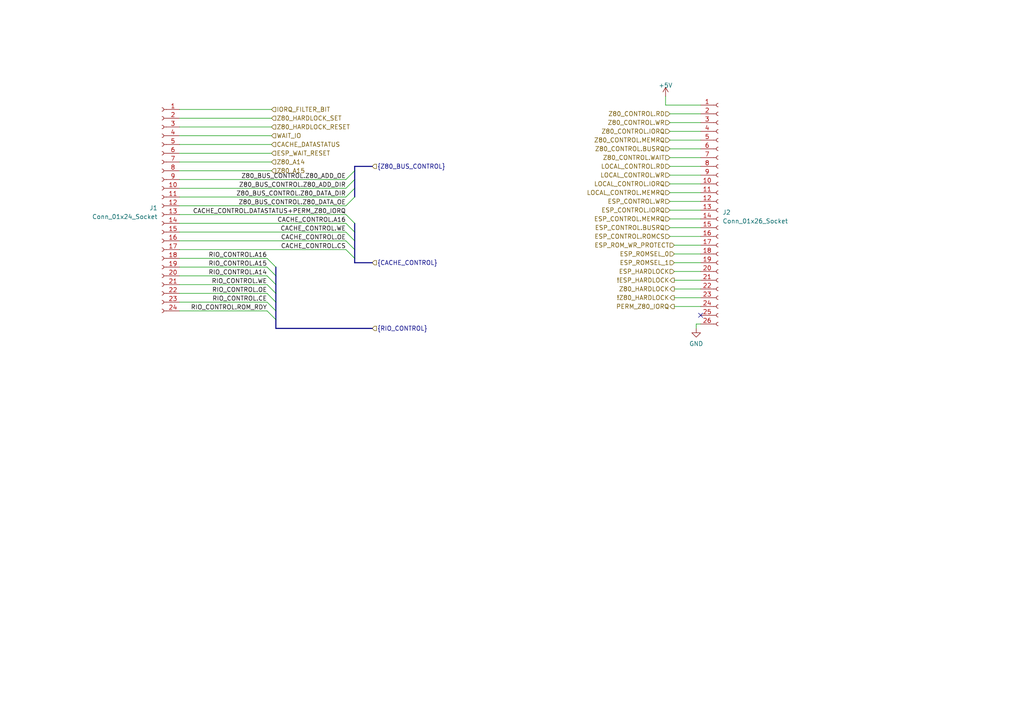
<source format=kicad_sch>
(kicad_sch (version 20230121) (generator eeschema)
  (paper "A4")
  (lib_symbols
    (symbol "Connector:Conn_01x24_Socket" (pin_names (offset 1.016) hide)
      (property "Reference" "J" (at 0 30.48 0))
      (property "Value" "Conn_01x24_Socket" (at 0 -33.02 0))
      (symbol "Conn_01x24_Socket_1_1"
        (arc (start 0 -29.972) (mid -0.5058 -30.48) (end 0 -30.988) (stroke (width 0.1524)))
        (arc (start 0 -27.432) (mid -0.5058 -27.94) (end 0 -28.448) (stroke (width 0.1524)))
        (arc (start 0 -24.892) (mid -0.5058 -25.4) (end 0 -25.908) (stroke (width 0.1524)))
        (arc (start 0 -22.352) (mid -0.5058 -22.86) (end 0 -23.368) (stroke (width 0.1524)))
        (arc (start 0 -19.812) (mid -0.5058 -20.32) (end 0 -20.828) (stroke (width 0.1524)))
        (arc (start 0 -17.272) (mid -0.5058 -17.78) (end 0 -18.288) (stroke (width 0.1524)))
        (arc (start 0 -14.732) (mid -0.5058 -15.24) (end 0 -15.748) (stroke (width 0.1524)))
        (arc (start 0 -12.192) (mid -0.5058 -12.7) (end 0 -13.208) (stroke (width 0.1524)))
        (arc (start 0 -9.652) (mid -0.5058 -10.16) (end 0 -10.668) (stroke (width 0.1524)))
        (arc (start 0 -7.112) (mid -0.5058 -7.62) (end 0 -8.128) (stroke (width 0.1524)))
        (arc (start 0 -4.572) (mid -0.5058 -5.08) (end 0 -5.588) (stroke (width 0.1524)))
        (arc (start 0 -2.032) (mid -0.5058 -2.54) (end 0 -3.048) (stroke (width 0.1524)))
        (polyline (pts (xy -1.27 -30.48) (xy -0.508 -30.48)) (stroke (width 0.1524)))
        (polyline (pts (xy -1.27 -27.94) (xy -0.508 -27.94)) (stroke (width 0.1524)))
        (polyline (pts (xy -1.27 -25.4) (xy -0.508 -25.4)) (stroke (width 0.1524)))
        (polyline (pts (xy -1.27 -22.86) (xy -0.508 -22.86)) (stroke (width 0.1524)))
        (polyline (pts (xy -1.27 -20.32) (xy -0.508 -20.32)) (stroke (width 0.1524)))
        (polyline (pts (xy -1.27 -17.78) (xy -0.508 -17.78)) (stroke (width 0.1524)))
        (polyline (pts (xy -1.27 -15.24) (xy -0.508 -15.24)) (stroke (width 0.1524)))
        (polyline (pts (xy -1.27 -12.7) (xy -0.508 -12.7)) (stroke (width 0.1524)))
        (polyline (pts (xy -1.27 -10.16) (xy -0.508 -10.16)) (stroke (width 0.1524)))
        (polyline (pts (xy -1.27 -7.62) (xy -0.508 -7.62)) (stroke (width 0.1524)))
        (polyline (pts (xy -1.27 -5.08) (xy -0.508 -5.08)) (stroke (width 0.1524)))
        (polyline (pts (xy -1.27 -2.54) (xy -0.508 -2.54)) (stroke (width 0.1524)))
        (polyline (pts (xy -1.27 0) (xy -0.508 0)) (stroke (width 0.1524)))
        (polyline (pts (xy -1.27 2.54) (xy -0.508 2.54)) (stroke (width 0.1524)))
        (polyline (pts (xy -1.27 5.08) (xy -0.508 5.08)) (stroke (width 0.1524)))
        (polyline (pts (xy -1.27 7.62) (xy -0.508 7.62)) (stroke (width 0.1524)))
        (polyline (pts (xy -1.27 10.16) (xy -0.508 10.16)) (stroke (width 0.1524)))
        (polyline (pts (xy -1.27 12.7) (xy -0.508 12.7)) (stroke (width 0.1524)))
        (polyline (pts (xy -1.27 15.24) (xy -0.508 15.24)) (stroke (width 0.1524)))
        (polyline (pts (xy -1.27 17.78) (xy -0.508 17.78)) (stroke (width 0.1524)))
        (polyline (pts (xy -1.27 20.32) (xy -0.508 20.32)) (stroke (width 0.1524)))
        (polyline (pts (xy -1.27 22.86) (xy -0.508 22.86)) (stroke (width 0.1524)))
        (polyline (pts (xy -1.27 25.4) (xy -0.508 25.4)) (stroke (width 0.1524)))
        (polyline (pts (xy -1.27 27.94) (xy -0.508 27.94)) (stroke (width 0.1524)))
        (arc (start 0 0.508) (mid -0.5058 0) (end 0 -0.508) (stroke (width 0.1524)))
        (arc (start 0 3.048) (mid -0.5058 2.54) (end 0 2.032) (stroke (width 0.1524)))
        (arc (start 0 5.588) (mid -0.5058 5.08) (end 0 4.572) (stroke (width 0.1524)))
        (arc (start 0 8.128) (mid -0.5058 7.62) (end 0 7.112) (stroke (width 0.1524)))
        (arc (start 0 10.668) (mid -0.5058 10.16) (end 0 9.652) (stroke (width 0.1524)))
        (arc (start 0 13.208) (mid -0.5058 12.7) (end 0 12.192) (stroke (width 0.1524)))
        (arc (start 0 15.748) (mid -0.5058 15.24) (end 0 14.732) (stroke (width 0.1524)))
        (arc (start 0 18.288) (mid -0.5058 17.78) (end 0 17.272) (stroke (width 0.1524)))
        (arc (start 0 20.828) (mid -0.5058 20.32) (end 0 19.812) (stroke (width 0.1524)))
        (arc (start 0 23.368) (mid -0.5058 22.86) (end 0 22.352) (stroke (width 0.1524)))
        (arc (start 0 25.908) (mid -0.5058 25.4) (end 0 24.892) (stroke (width 0.1524)))
        (arc (start 0 28.448) (mid -0.5058 27.94) (end 0 27.432) (stroke (width 0.1524)))
        (pin passive line (at -5.08 27.94 0) (length 3.81) (name "Pin_1") (number "1"))
        (pin passive line (at -5.08 5.08 0) (length 3.81) (name "Pin_10") (number "10"))
        (pin passive line (at -5.08 2.54 0) (length 3.81) (name "Pin_11") (number "11"))
        (pin passive line (at -5.08 0 0) (length 3.81) (name "Pin_12") (number "12"))
        (pin passive line (at -5.08 -2.54 0) (length 3.81) (name "Pin_13") (number "13"))
        (pin passive line (at -5.08 -5.08 0) (length 3.81) (name "Pin_14") (number "14"))
        (pin passive line (at -5.08 -7.62 0) (length 3.81) (name "Pin_15") (number "15"))
        (pin passive line (at -5.08 -10.16 0) (length 3.81) (name "Pin_16") (number "16"))
        (pin passive line (at -5.08 -12.7 0) (length 3.81) (name "Pin_17") (number "17"))
        (pin passive line (at -5.08 -15.24 0) (length 3.81) (name "Pin_18") (number "18"))
        (pin passive line (at -5.08 -17.78 0) (length 3.81) (name "Pin_19") (number "19"))
        (pin passive line (at -5.08 25.4 0) (length 3.81) (name "Pin_2") (number "2"))
        (pin passive line (at -5.08 -20.32 0) (length 3.81) (name "Pin_20") (number "20"))
        (pin passive line (at -5.08 -22.86 0) (length 3.81) (name "Pin_21") (number "21"))
        (pin passive line (at -5.08 -25.4 0) (length 3.81) (name "Pin_22") (number "22"))
        (pin passive line (at -5.08 -27.94 0) (length 3.81) (name "Pin_23") (number "23"))
        (pin passive line (at -5.08 -30.48 0) (length 3.81) (name "Pin_24") (number "24"))
        (pin passive line (at -5.08 22.86 0) (length 3.81) (name "Pin_3") (number "3"))
        (pin passive line (at -5.08 20.32 0) (length 3.81) (name "Pin_4") (number "4"))
        (pin passive line (at -5.08 17.78 0) (length 3.81) (name "Pin_5") (number "5"))
        (pin passive line (at -5.08 15.24 0) (length 3.81) (name "Pin_6") (number "6"))
        (pin passive line (at -5.08 12.7 0) (length 3.81) (name "Pin_7") (number "7"))
        (pin passive line (at -5.08 10.16 0) (length 3.81) (name "Pin_8") (number "8"))
        (pin passive line (at -5.08 7.62 0) (length 3.81) (name "Pin_9") (number "9"))
      )
    )
    (symbol "Connector:Conn_01x26_Socket" (pin_names (offset 1.016) hide)
      (property "Reference" "J" (at 0 33.02 0))
      (property "Value" "Conn_01x26_Socket" (at 0 -35.56 0))
      (symbol "Conn_01x26_Socket_1_1"
        (arc (start 0 -32.512) (mid -0.5058 -33.02) (end 0 -33.528) (stroke (width 0.1524)))
        (arc (start 0 -29.972) (mid -0.5058 -30.48) (end 0 -30.988) (stroke (width 0.1524)))
        (arc (start 0 -27.432) (mid -0.5058 -27.94) (end 0 -28.448) (stroke (width 0.1524)))
        (arc (start 0 -24.892) (mid -0.5058 -25.4) (end 0 -25.908) (stroke (width 0.1524)))
        (arc (start 0 -22.352) (mid -0.5058 -22.86) (end 0 -23.368) (stroke (width 0.1524)))
        (arc (start 0 -19.812) (mid -0.5058 -20.32) (end 0 -20.828) (stroke (width 0.1524)))
        (arc (start 0 -17.272) (mid -0.5058 -17.78) (end 0 -18.288) (stroke (width 0.1524)))
        (arc (start 0 -14.732) (mid -0.5058 -15.24) (end 0 -15.748) (stroke (width 0.1524)))
        (arc (start 0 -12.192) (mid -0.5058 -12.7) (end 0 -13.208) (stroke (width 0.1524)))
        (arc (start 0 -9.652) (mid -0.5058 -10.16) (end 0 -10.668) (stroke (width 0.1524)))
        (arc (start 0 -7.112) (mid -0.5058 -7.62) (end 0 -8.128) (stroke (width 0.1524)))
        (arc (start 0 -4.572) (mid -0.5058 -5.08) (end 0 -5.588) (stroke (width 0.1524)))
        (arc (start 0 -2.032) (mid -0.5058 -2.54) (end 0 -3.048) (stroke (width 0.1524)))
        (polyline (pts (xy -1.27 -33.02) (xy -0.508 -33.02)) (stroke (width 0.1524)))
        (polyline (pts (xy -1.27 -30.48) (xy -0.508 -30.48)) (stroke (width 0.1524)))
        (polyline (pts (xy -1.27 -27.94) (xy -0.508 -27.94)) (stroke (width 0.1524)))
        (polyline (pts (xy -1.27 -25.4) (xy -0.508 -25.4)) (stroke (width 0.1524)))
        (polyline (pts (xy -1.27 -22.86) (xy -0.508 -22.86)) (stroke (width 0.1524)))
        (polyline (pts (xy -1.27 -20.32) (xy -0.508 -20.32)) (stroke (width 0.1524)))
        (polyline (pts (xy -1.27 -17.78) (xy -0.508 -17.78)) (stroke (width 0.1524)))
        (polyline (pts (xy -1.27 -15.24) (xy -0.508 -15.24)) (stroke (width 0.1524)))
        (polyline (pts (xy -1.27 -12.7) (xy -0.508 -12.7)) (stroke (width 0.1524)))
        (polyline (pts (xy -1.27 -10.16) (xy -0.508 -10.16)) (stroke (width 0.1524)))
        (polyline (pts (xy -1.27 -7.62) (xy -0.508 -7.62)) (stroke (width 0.1524)))
        (polyline (pts (xy -1.27 -5.08) (xy -0.508 -5.08)) (stroke (width 0.1524)))
        (polyline (pts (xy -1.27 -2.54) (xy -0.508 -2.54)) (stroke (width 0.1524)))
        (polyline (pts (xy -1.27 0) (xy -0.508 0)) (stroke (width 0.1524)))
        (polyline (pts (xy -1.27 2.54) (xy -0.508 2.54)) (stroke (width 0.1524)))
        (polyline (pts (xy -1.27 5.08) (xy -0.508 5.08)) (stroke (width 0.1524)))
        (polyline (pts (xy -1.27 7.62) (xy -0.508 7.62)) (stroke (width 0.1524)))
        (polyline (pts (xy -1.27 10.16) (xy -0.508 10.16)) (stroke (width 0.1524)))
        (polyline (pts (xy -1.27 12.7) (xy -0.508 12.7)) (stroke (width 0.1524)))
        (polyline (pts (xy -1.27 15.24) (xy -0.508 15.24)) (stroke (width 0.1524)))
        (polyline (pts (xy -1.27 17.78) (xy -0.508 17.78)) (stroke (width 0.1524)))
        (polyline (pts (xy -1.27 20.32) (xy -0.508 20.32)) (stroke (width 0.1524)))
        (polyline (pts (xy -1.27 22.86) (xy -0.508 22.86)) (stroke (width 0.1524)))
        (polyline (pts (xy -1.27 25.4) (xy -0.508 25.4)) (stroke (width 0.1524)))
        (polyline (pts (xy -1.27 27.94) (xy -0.508 27.94)) (stroke (width 0.1524)))
        (polyline (pts (xy -1.27 30.48) (xy -0.508 30.48)) (stroke (width 0.1524)))
        (arc (start 0 0.508) (mid -0.5058 0) (end 0 -0.508) (stroke (width 0.1524)))
        (arc (start 0 3.048) (mid -0.5058 2.54) (end 0 2.032) (stroke (width 0.1524)))
        (arc (start 0 5.588) (mid -0.5058 5.08) (end 0 4.572) (stroke (width 0.1524)))
        (arc (start 0 8.128) (mid -0.5058 7.62) (end 0 7.112) (stroke (width 0.1524)))
        (arc (start 0 10.668) (mid -0.5058 10.16) (end 0 9.652) (stroke (width 0.1524)))
        (arc (start 0 13.208) (mid -0.5058 12.7) (end 0 12.192) (stroke (width 0.1524)))
        (arc (start 0 15.748) (mid -0.5058 15.24) (end 0 14.732) (stroke (width 0.1524)))
        (arc (start 0 18.288) (mid -0.5058 17.78) (end 0 17.272) (stroke (width 0.1524)))
        (arc (start 0 20.828) (mid -0.5058 20.32) (end 0 19.812) (stroke (width 0.1524)))
        (arc (start 0 23.368) (mid -0.5058 22.86) (end 0 22.352) (stroke (width 0.1524)))
        (arc (start 0 25.908) (mid -0.5058 25.4) (end 0 24.892) (stroke (width 0.1524)))
        (arc (start 0 28.448) (mid -0.5058 27.94) (end 0 27.432) (stroke (width 0.1524)))
        (arc (start 0 30.988) (mid -0.5058 30.48) (end 0 29.972) (stroke (width 0.1524)))
        (pin passive line (at -5.08 30.48 0) (length 3.81) (name "Pin_1") (number "1"))
        (pin passive line (at -5.08 7.62 0) (length 3.81) (name "Pin_10") (number "10"))
        (pin passive line (at -5.08 5.08 0) (length 3.81) (name "Pin_11") (number "11"))
        (pin passive line (at -5.08 2.54 0) (length 3.81) (name "Pin_12") (number "12"))
        (pin passive line (at -5.08 0 0) (length 3.81) (name "Pin_13") (number "13"))
        (pin passive line (at -5.08 -2.54 0) (length 3.81) (name "Pin_14") (number "14"))
        (pin passive line (at -5.08 -5.08 0) (length 3.81) (name "Pin_15") (number "15"))
        (pin passive line (at -5.08 -7.62 0) (length 3.81) (name "Pin_16") (number "16"))
        (pin passive line (at -5.08 -10.16 0) (length 3.81) (name "Pin_17") (number "17"))
        (pin passive line (at -5.08 -12.7 0) (length 3.81) (name "Pin_18") (number "18"))
        (pin passive line (at -5.08 -15.24 0) (length 3.81) (name "Pin_19") (number "19"))
        (pin passive line (at -5.08 27.94 0) (length 3.81) (name "Pin_2") (number "2"))
        (pin passive line (at -5.08 -17.78 0) (length 3.81) (name "Pin_20") (number "20"))
        (pin passive line (at -5.08 -20.32 0) (length 3.81) (name "Pin_21") (number "21"))
        (pin passive line (at -5.08 -22.86 0) (length 3.81) (name "Pin_22") (number "22"))
        (pin passive line (at -5.08 -25.4 0) (length 3.81) (name "Pin_23") (number "23"))
        (pin passive line (at -5.08 -27.94 0) (length 3.81) (name "Pin_24") (number "24"))
        (pin passive line (at -5.08 -30.48 0) (length 3.81) (name "Pin_25") (number "25"))
        (pin passive line (at -5.08 -33.02 0) (length 3.81) (name "Pin_26") (number "26"))
        (pin passive line (at -5.08 25.4 0) (length 3.81) (name "Pin_3") (number "3"))
        (pin passive line (at -5.08 22.86 0) (length 3.81) (name "Pin_4") (number "4"))
        (pin passive line (at -5.08 20.32 0) (length 3.81) (name "Pin_5") (number "5"))
        (pin passive line (at -5.08 17.78 0) (length 3.81) (name "Pin_6") (number "6"))
        (pin passive line (at -5.08 15.24 0) (length 3.81) (name "Pin_7") (number "7"))
        (pin passive line (at -5.08 12.7 0) (length 3.81) (name "Pin_8") (number "8"))
        (pin passive line (at -5.08 10.16 0) (length 3.81) (name "Pin_9") (number "9"))
      )
    )
    (symbol "power:+5V" (power) (pin_names (offset 0))
      (property "Value" "+5V" (at 0 3.556 0))
      (symbol "+5V_0_1"
        (polyline (pts (xy -0.762 1.27) (xy 0 2.54)))
        (polyline (pts (xy 0 0) (xy 0 2.54)))
        (polyline (pts (xy 0 2.54) (xy 0.762 1.27)))
      )
      (symbol "+5V_1_1"
        (pin power_in line (at 0 0 90) (length 0) hide (name "+5V") (number "1"))
      )
    )
    (symbol "power:GND" (power) (pin_names (offset 0))
      (property "Value" "GND" (at 0 -3.81 0))
      (symbol "GND_0_1"
        (polyline (pts (xy 0 0) (xy 0 -1.27) (xy 1.27 -1.27) (xy 0 -2.54) (xy -1.27 -1.27) (xy 0 -1.27)))
      )
      (symbol "GND_1_1"
        (pin power_in line (at 0 0 270) (length 0) hide (name "GND") (number "1"))
      )
    )
  )
  (no_connect (at 203.2 91.44))
  (bus_entry (at 77.47 90.17) (size 2.54 2.54))
  (bus_entry (at 77.47 87.63) (size 2.54 2.54))
  (bus_entry (at 102.87 52.07) (size -2.54 2.54))
  (bus_entry (at 100.33 69.85) (size 2.54 2.54))
  (bus_entry (at 100.33 72.39) (size 2.54 2.54))
  (bus_entry (at 100.33 62.23) (size 2.54 2.54))
  (bus_entry (at 100.33 64.77) (size 2.54 2.54))
  (bus_entry (at 100.33 67.31) (size 2.54 2.54))
  (bus_entry (at 77.47 77.47) (size 2.54 2.54))
  (bus_entry (at 77.47 82.55) (size 2.54 2.54))
  (bus_entry (at 102.87 57.15) (size -2.54 2.54))
  (bus_entry (at 102.87 49.53) (size -2.54 2.54))
  (bus_entry (at 77.47 80.01) (size 2.54 2.54))
  (bus_entry (at 77.47 85.09) (size 2.54 2.54))
  (bus_entry (at 77.47 74.93) (size 2.54 2.54))
  (bus_entry (at 102.87 54.61) (size -2.54 2.54))
  (wire (pts (xy 201.93 93.98) (xy 203.2 93.98)))
  (wire (pts (xy 52.07 77.47) (xy 77.47 77.47)))
  (bus (pts (xy 80.01 87.63) (xy 80.01 90.17)))
  (wire (pts (xy 52.07 80.01) (xy 77.47 80.01)))
  (wire (pts (xy 52.07 46.99) (xy 78.74 46.99)))
  (wire (pts (xy 203.2 43.18) (xy 194.31 43.18)))
  (wire (pts (xy 203.2 78.74) (xy 195.58 78.74)))
  (wire (pts (xy 77.47 85.09) (xy 52.07 85.09)))
  (wire (pts (xy 52.07 34.29) (xy 78.74 34.29)))
  (bus (pts (xy 102.87 67.31) (xy 102.87 69.85)))
  (bus (pts (xy 102.87 49.53) (xy 102.87 52.07)))
  (wire (pts (xy 194.31 38.1) (xy 203.2 38.1)))
  (wire (pts (xy 100.33 57.15) (xy 52.07 57.15)))
  (bus (pts (xy 102.87 74.93) (xy 102.87 76.2)))
  (wire (pts (xy 77.47 90.17) (xy 52.07 90.17)))
  (wire (pts (xy 100.33 59.69) (xy 52.07 59.69)))
  (wire (pts (xy 100.33 69.85) (xy 52.07 69.85)))
  (bus (pts (xy 80.01 90.17) (xy 80.01 92.71)))
  (wire (pts (xy 203.2 45.72) (xy 194.31 45.72)))
  (wire (pts (xy 100.33 72.39) (xy 52.07 72.39)))
  (wire (pts (xy 203.2 58.42) (xy 194.31 58.42)))
  (bus (pts (xy 80.01 95.25) (xy 80.01 92.71)))
  (wire (pts (xy 52.07 31.75) (xy 78.74 31.75)))
  (wire (pts (xy 203.2 35.56) (xy 194.31 35.56)))
  (wire (pts (xy 52.07 82.55) (xy 77.47 82.55)))
  (wire (pts (xy 78.74 41.91) (xy 52.07 41.91)))
  (wire (pts (xy 203.2 88.9) (xy 195.58 88.9)))
  (wire (pts (xy 203.2 40.64) (xy 194.31 40.64)))
  (wire (pts (xy 203.2 48.26) (xy 194.31 48.26)))
  (wire (pts (xy 203.2 60.96) (xy 194.31 60.96)))
  (bus (pts (xy 80.01 80.01) (xy 80.01 77.47)))
  (bus (pts (xy 102.87 76.2) (xy 107.95 76.2)))
  (bus (pts (xy 102.87 69.85) (xy 102.87 72.39)))
  (wire (pts (xy 195.58 76.2) (xy 203.2 76.2)))
  (wire (pts (xy 52.07 36.83) (xy 78.74 36.83)))
  (bus (pts (xy 102.87 54.61) (xy 102.87 57.15)))
  (wire (pts (xy 203.2 86.36) (xy 195.58 86.36)))
  (bus (pts (xy 102.87 72.39) (xy 102.87 74.93)))
  (wire (pts (xy 195.58 83.82) (xy 203.2 83.82)))
  (wire (pts (xy 203.2 71.12) (xy 195.58 71.12)))
  (bus (pts (xy 107.95 95.25) (xy 80.01 95.25)))
  (wire (pts (xy 203.2 81.28) (xy 195.58 81.28)))
  (wire (pts (xy 100.33 54.61) (xy 52.07 54.61)))
  (bus (pts (xy 107.95 48.26) (xy 102.87 48.26)))
  (wire (pts (xy 203.2 66.04) (xy 194.31 66.04)))
  (wire (pts (xy 52.07 49.53) (xy 78.74 49.53)))
  (bus (pts (xy 80.01 85.09) (xy 80.01 87.63)))
  (wire (pts (xy 52.07 74.93) (xy 77.47 74.93)))
  (wire (pts (xy 193.04 30.48) (xy 203.2 30.48)))
  (wire (pts (xy 100.33 64.77) (xy 52.07 64.77)))
  (wire (pts (xy 203.2 73.66) (xy 195.58 73.66)))
  (wire (pts (xy 203.2 55.88) (xy 194.31 55.88)))
  (bus (pts (xy 102.87 64.77) (xy 102.87 67.31)))
  (wire (pts (xy 100.33 62.23) (xy 52.07 62.23)))
  (bus (pts (xy 80.01 82.55) (xy 80.01 80.01)))
  (bus (pts (xy 80.01 85.09) (xy 80.01 82.55)))
  (bus (pts (xy 102.87 48.26) (xy 102.87 49.53)))
  (wire (pts (xy 201.93 95.25) (xy 201.93 93.98)))
  (wire (pts (xy 203.2 53.34) (xy 194.31 53.34)))
  (wire (pts (xy 203.2 33.02) (xy 194.31 33.02)))
  (wire (pts (xy 203.2 50.8) (xy 194.31 50.8)))
  (wire (pts (xy 100.33 67.31) (xy 52.07 67.31)))
  (wire (pts (xy 100.33 52.07) (xy 52.07 52.07)))
  (bus (pts (xy 102.87 52.07) (xy 102.87 54.61)))
  (wire (pts (xy 193.04 27.94) (xy 193.04 30.48)))
  (wire (pts (xy 52.07 39.37) (xy 78.74 39.37)))
  (wire (pts (xy 203.2 63.5) (xy 194.31 63.5)))
  (wire (pts (xy 203.2 68.58) (xy 194.31 68.58)))
  (wire (pts (xy 77.47 87.63) (xy 52.07 87.63)))
  (wire (pts (xy 52.07 44.45) (xy 78.74 44.45)))
  (label "CACHE_CONTROL.WE" (at 100.33 67.31 180))
  (label "RIO_CONTROL.WE" (at 77.47 82.55 180))
  (label "RIO_CONTROL.A16" (at 77.47 74.93 180))
  (label "Z80_BUS_CONTROL.Z80_ADD_OE" (at 100.33 52.07 180))
  (label "Z80_BUS_CONTROL.Z80_ADD_DIR" (at 100.33 54.61 180))
  (label "CACHE_CONTROL.DATASTATUS+PERM_Z80_IORQ" (at 100.33 62.23 180))
  (label "Z80_BUS_CONTROL.Z80_DATA_DIR" (at 100.33 57.15 180))
  (label "RIO_CONTROL.A14" (at 77.47 80.01 180))
  (label "RIO_CONTROL.A15" (at 77.47 77.47 180))
  (label "CACHE_CONTROL.OE" (at 100.33 69.85 180))
  (label "RIO_CONTROL.OE" (at 77.47 85.09 180))
  (label "RIO_CONTROL.CE" (at 77.47 87.63 180))
  (label "CACHE_CONTROL.A16" (at 100.33 64.77 180))
  (label "RIO_CONTROL.ROM_RDY" (at 77.47 90.17 180))
  (label "Z80_BUS_CONTROL.Z80_DATA_OE" (at 100.33 59.69 180))
  (label "CACHE_CONTROL.CS" (at 100.33 72.39 180))
  (hierarchical_label "ESP_CONTROL.WR" (shape input) (at 194.31 58.42 180))
  (hierarchical_label "{CACHE_CONTROL}" (shape input) (at 107.95 76.2 0))
  (hierarchical_label "{RIO_CONTROL}" (shape input) (at 107.95 95.25 0))
  (hierarchical_label "Z80_CONTROL.IORQ" (shape input) (at 194.31 38.1 180))
  (hierarchical_label "Z80_CONTROL.MEMRQ" (shape input) (at 194.31 40.64 180))
  (hierarchical_label "{Z80_BUS_CONTROL}" (shape input) (at 107.95 48.26 0))
  (hierarchical_label "Z80_CONTROL.BUSRQ" (shape input) (at 194.31 43.18 180))
  (hierarchical_label "ESP_WAIT_RESET" (shape input) (at 78.74 44.45 0))
  (hierarchical_label "Z80_CONTROL.WR" (shape input) (at 194.31 35.56 180))
  (hierarchical_label "Z80_HARDLOCK" (shape output) (at 195.58 83.82 180))
  (hierarchical_label "!Z80_HARDLOCK" (shape output) (at 195.58 86.36 180))
  (hierarchical_label "LOCAL_CONTROL.IORQ" (shape input) (at 194.31 53.34 180))
  (hierarchical_label "LOCAL_CONTROL.WR" (shape input) (at 194.31 50.8 180))
  (hierarchical_label "ESP_CONTROL.IORQ" (shape input) (at 194.31 60.96 180))
  (hierarchical_label "Z80_HARDLOCK_SET" (shape input) (at 78.74 34.29 0))
  (hierarchical_label "ESP_ROM_WR_PROTECT" (shape input) (at 195.58 71.12 180))
  (hierarchical_label "Z80_CONTROL.RD" (shape input) (at 194.31 33.02 180))
  (hierarchical_label "ESP_ROMSEL_0" (shape input) (at 195.58 73.66 180))
  (hierarchical_label "!ESP_HARDLOCK" (shape output) (at 195.58 81.28 180))
  (hierarchical_label "ESP_CONTROL.BUSRQ" (shape input) (at 194.31 66.04 180))
  (hierarchical_label "ESP_HARDLOCK" (shape input) (at 195.58 78.74 180))
  (hierarchical_label "Z80_HARDLOCK_RESET" (shape input) (at 78.74 36.83 0))
  (hierarchical_label "LOCAL_CONTROL.MEMRQ" (shape input) (at 194.31 55.88 180))
  (hierarchical_label "WAIT_IO" (shape input) (at 78.74 39.37 0))
  (hierarchical_label "Z80_A15" (shape input) (at 78.74 49.53 0))
  (hierarchical_label "CACHE_DATASTATUS" (shape input) (at 78.74 41.91 0))
  (hierarchical_label "IORQ_FILTER_BIT" (shape input) (at 78.74 31.75 0))
  (hierarchical_label "ESP_CONTROL.ROMCS" (shape input) (at 194.31 68.58 180))
  (hierarchical_label "Z80_A14" (shape input) (at 78.74 46.99 0))
  (hierarchical_label "Z80_CONTROL.WAIT" (shape input) (at 194.31 45.72 180))
  (hierarchical_label "ESP_CONTROL.MEMRQ" (shape input) (at 194.31 63.5 180))
  (hierarchical_label "LOCAL_CONTROL.RD" (shape input) (at 194.31 48.26 180))
  (hierarchical_label "ESP_ROMSEL_1" (shape input) (at 195.58 76.2 180))
  (hierarchical_label "PERM_Z80_IORQ" (shape output) (at 195.58 88.9 180))
  (symbol (lib_id "Connector:Conn_01x26_Socket") (at 208.28 60.96 0) (unit 1)
    (property "Reference" "J2" (at 209.55 61.595 0) (effects (justify left)))
    (property "Value" "Conn_01x26_Socket" (at 209.55 64.135 0) (effects (justify left)))
    (property "Footprint" "Connector_PinSocket_2.54mm:PinSocket_1x26_P2.54mm_Vertical" (effects hide))
  )
  (symbol (lib_id "power:GND") (at 201.93 95.25 0) (unit 1)
    (property "Reference" "#PWR0101" (effects hide))
    (property "Value" "GND" (at 201.93 99.695 0))
  )
  (symbol (lib_id "power:+5V") (at 193.04 27.94 0) (mirror y) (unit 1)
    (property "Reference" "#PWR0102" (effects hide))
    (property "Value" "+5V" (at 193.04 24.765 0))
  )
  (symbol (lib_id "Connector:Conn_01x24_Socket") (at 46.99 59.69 0) (mirror y) (unit 1)
    (property "Reference" "J1" (at 45.72 60.325 0) (effects (justify left)))
    (property "Value" "Conn_01x24_Socket" (at 45.72 62.865 0) (effects (justify left)))
    (property "Footprint" "Connector_PinSocket_2.54mm:PinSocket_1x24_P2.54mm_Vertical" (effects hide))
  )
)
</source>
